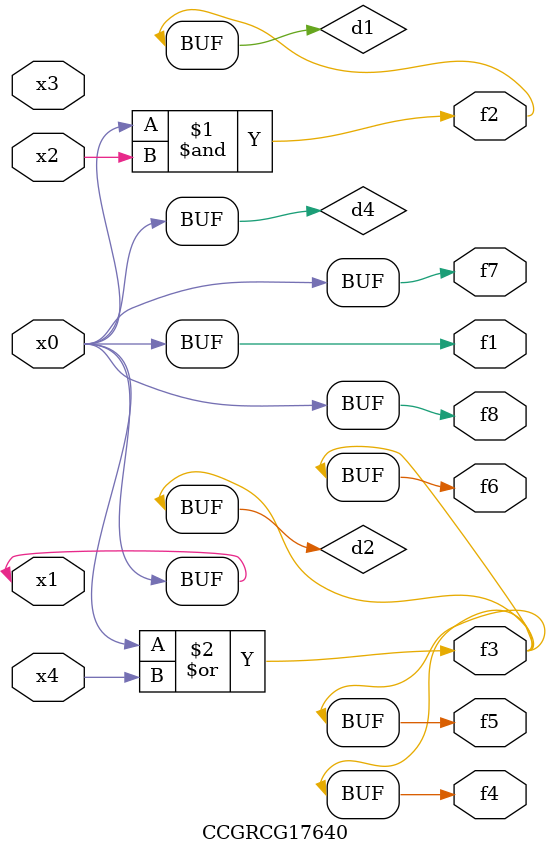
<source format=v>
module CCGRCG17640(
	input x0, x1, x2, x3, x4,
	output f1, f2, f3, f4, f5, f6, f7, f8
);

	wire d1, d2, d3, d4;

	and (d1, x0, x2);
	or (d2, x0, x4);
	nand (d3, x0, x2);
	buf (d4, x0, x1);
	assign f1 = d4;
	assign f2 = d1;
	assign f3 = d2;
	assign f4 = d2;
	assign f5 = d2;
	assign f6 = d2;
	assign f7 = d4;
	assign f8 = d4;
endmodule

</source>
